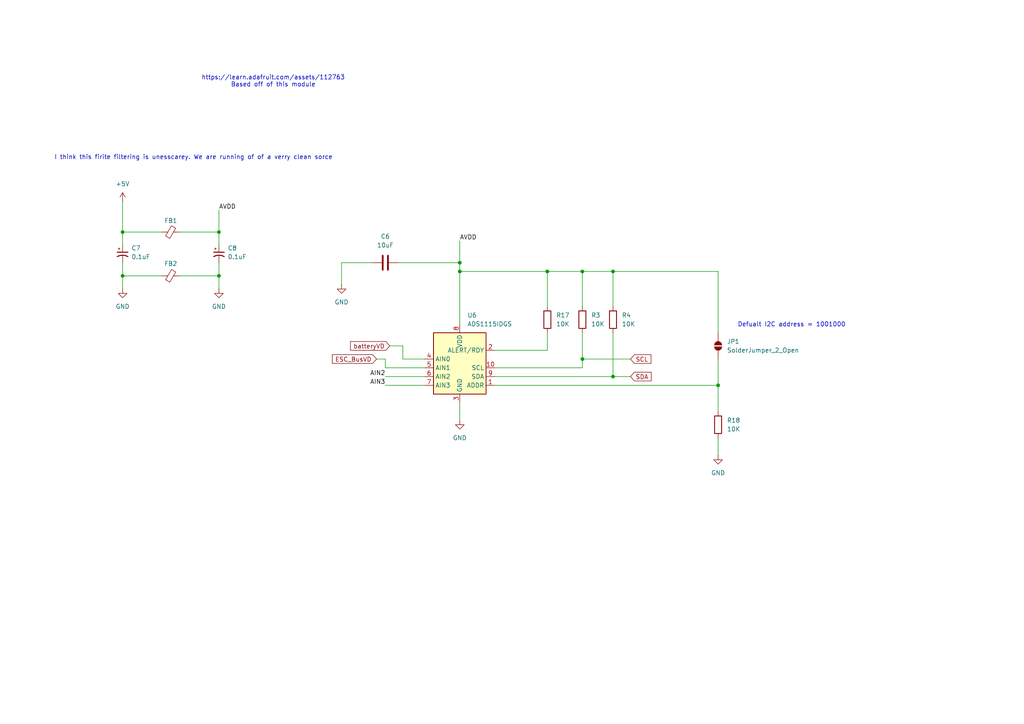
<source format=kicad_sch>
(kicad_sch (version 20231120) (generator "eeschema") (generator_version "8.0")
  (paper "A4")
  (lib_symbols
    (symbol "Analog_ADC:ADS1115IDGS"
      (property "Reference" "U" (at 2.54 13.97 0))
      (property "Value" "ADS1115IDGS" (at 7.62 11.43 0))
      (symbol "ADS1115IDGS_0_1"
        (rectangle (start -7.62 10.16) (end 7.62 -7.62) (stroke (width 0.254)) (fill (type background)))
      )
      (symbol "ADS1115IDGS_1_1"
        (pin input line (at 10.16 -5.08 180) (length 2.54) (name "ADDR") (number "1"))
        (pin input line (at 10.16 0 180) (length 2.54) (name "SCL") (number "10"))
        (pin output line (at 10.16 5.08 180) (length 2.54) (name "ALERT/RDY") (number "2"))
        (pin power_in line (at 0 -10.16 90) (length 2.54) (name "GND") (number "3"))
        (pin input line (at -10.16 2.54 0) (length 2.54) (name "AIN0") (number "4"))
        (pin input line (at -10.16 0 0) (length 2.54) (name "AIN1") (number "5"))
        (pin input line (at -10.16 -2.54 0) (length 2.54) (name "AIN2") (number "6"))
        (pin input line (at -10.16 -5.08 0) (length 2.54) (name "AIN3") (number "7"))
        (pin power_in line (at 0 12.7 270) (length 2.54) (name "VDD") (number "8"))
        (pin bidirectional line (at 10.16 -2.54 180) (length 2.54) (name "SDA") (number "9"))
      )
    )
    (symbol "Device:C" (pin_numbers hide) (pin_names (offset 0.254))
      (property "Reference" "C" (at 0.635 2.54 0))
      (property "Value" "C" (at 0.635 -2.54 0))
      (symbol "C_0_1"
        (polyline (pts (xy -2.032 -0.762) (xy 2.032 -0.762)) (stroke (width 0.508)))
        (polyline (pts (xy -2.032 0.762) (xy 2.032 0.762)) (stroke (width 0.508)))
      )
      (symbol "C_1_1"
        (pin passive line (at 0 3.81 270) (length 2.794) (name "~") (number "1"))
        (pin passive line (at 0 -3.81 90) (length 2.794) (name "~") (number "2"))
      )
    )
    (symbol "Device:C_Polarized_Small_US" (pin_numbers hide) (pin_names (offset 0.254) hide)
      (property "Reference" "C" (at 0.254 1.778 0))
      (property "Value" "C_Polarized_Small_US" (at 0.254 -2.032 0))
      (symbol "C_Polarized_Small_US_0_1"
        (polyline (pts (xy -1.524 0.508) (xy 1.524 0.508)) (stroke (width 0.3048)))
        (polyline (pts (xy -1.27 1.524) (xy -0.762 1.524)))
        (polyline (pts (xy -1.016 1.27) (xy -1.016 1.778)))
        (arc (start 1.524 -0.762) (mid 0 -0.3734) (end -1.524 -0.762) (stroke (width 0.3048)))
      )
      (symbol "C_Polarized_Small_US_1_1"
        (pin passive line (at 0 2.54 270) (length 2.032) (name "~") (number "1"))
        (pin passive line (at 0 -2.54 90) (length 2.032) (name "~") (number "2"))
      )
    )
    (symbol "Device:FerriteBead_Small" (pin_numbers hide) (pin_names (offset 0))
      (property "Reference" "FB" (at 1.905 1.27 0))
      (property "Value" "FerriteBead_Small" (at 1.905 -1.27 0))
      (symbol "FerriteBead_Small_0_1"
        (polyline (pts (xy 0 -1.27) (xy 0 -0.7874)))
        (polyline (pts (xy 0 0.889) (xy 0 1.2954)))
        (polyline (pts (xy -1.8288 0.2794) (xy -1.1176 1.4986) (xy 1.8288 -0.2032) (xy 1.1176 -1.4224) (xy -1.8288 0.2794)))
      )
      (symbol "FerriteBead_Small_1_1"
        (pin passive line (at 0 2.54 270) (length 1.27) (name "~") (number "1"))
        (pin passive line (at 0 -2.54 90) (length 1.27) (name "~") (number "2"))
      )
    )
    (symbol "Device:R" (pin_numbers hide) (pin_names (offset 0))
      (property "Reference" "R" (at 2.032 0 90))
      (property "Value" "R" (at 0 0 90))
      (symbol "R_0_1"
        (rectangle (start -1.016 -2.54) (end 1.016 2.54) (stroke (width 0.254)))
      )
      (symbol "R_1_1"
        (pin passive line (at 0 3.81 270) (length 1.27) (name "~") (number "1"))
        (pin passive line (at 0 -3.81 90) (length 1.27) (name "~") (number "2"))
      )
    )
    (symbol "Jumper:SolderJumper_2_Open" (pin_numbers hide) (pin_names (offset 0) hide) (exclude_from_sim yes) (in_bom no)
      (property "Reference" "JP" (at 0 2.032 0))
      (property "Value" "SolderJumper_2_Open" (at 0 -2.54 0))
      (symbol "SolderJumper_2_Open_0_1"
        (arc (start -0.254 1.016) (mid -1.2656 0) (end -0.254 -1.016))
        (arc (start -0.254 1.016) (mid -1.2656 0) (end -0.254 -1.016) (fill (type outline)))
        (polyline (pts (xy -0.254 1.016) (xy -0.254 -1.016)))
        (polyline (pts (xy 0.254 1.016) (xy 0.254 -1.016)))
        (arc (start 0.254 -1.016) (mid 1.2656 0) (end 0.254 1.016))
        (arc (start 0.254 -1.016) (mid 1.2656 0) (end 0.254 1.016) (fill (type outline)))
      )
      (symbol "SolderJumper_2_Open_1_1"
        (pin passive line (at -3.81 0 0) (length 2.54) (name "A") (number "1"))
        (pin passive line (at 3.81 0 180) (length 2.54) (name "B") (number "2"))
      )
    )
    (symbol "power:+5V" (power) (pin_numbers hide) (pin_names (offset 0) hide)
      (property "Value" "+5V" (at 0 3.556 0))
      (symbol "+5V_0_1"
        (polyline (pts (xy -0.762 1.27) (xy 0 2.54)))
        (polyline (pts (xy 0 0) (xy 0 2.54)))
        (polyline (pts (xy 0 2.54) (xy 0.762 1.27)))
      )
      (symbol "+5V_1_1"
        (pin power_in line (at 0 0 90) (length 0) (name "~") (number "1"))
      )
    )
    (symbol "power:GND" (power) (pin_numbers hide) (pin_names (offset 0) hide)
      (property "Value" "GND" (at 0 -3.81 0))
      (symbol "GND_0_1"
        (polyline (pts (xy 0 0) (xy 0 -1.27) (xy 1.27 -1.27) (xy 0 -2.54) (xy -1.27 -1.27) (xy 0 -1.27)))
      )
      (symbol "GND_1_1"
        (pin power_in line (at 0 0 270) (length 0) (name "~") (number "1"))
      )
    )
  )
  (junction (at 63.5 67.31))
  (junction (at 35.56 67.31))
  (junction (at 168.91 78.74))
  (junction (at 177.8 109.22))
  (junction (at 158.75 78.74))
  (junction (at 63.5 80.01))
  (junction (at 168.91 104.14))
  (junction (at 35.56 80.01))
  (junction (at 177.8 78.74))
  (junction (at 133.35 76.2))
  (junction (at 133.35 78.74))
  (junction (at 208.28 111.76))
  (wire (pts (xy 177.8 78.74) (xy 177.8 88.9)))
  (wire (pts (xy 133.35 116.84) (xy 133.35 121.92)))
  (wire (pts (xy 35.56 67.31) (xy 46.99 67.31)))
  (wire (pts (xy 168.91 78.74) (xy 177.8 78.74)))
  (wire (pts (xy 111.76 109.22) (xy 123.19 109.22)))
  (wire (pts (xy 168.91 104.14) (xy 168.91 106.68)))
  (wire (pts (xy 177.8 96.52) (xy 177.8 109.22)))
  (wire (pts (xy 111.76 111.76) (xy 123.19 111.76)))
  (wire (pts (xy 158.75 78.74) (xy 158.75 88.9)))
  (wire (pts (xy 35.56 76.2) (xy 35.56 80.01)))
  (wire (pts (xy 143.51 106.68) (xy 168.91 106.68)))
  (wire (pts (xy 35.56 80.01) (xy 35.56 83.82)))
  (wire (pts (xy 113.03 100.33) (xy 116.84 100.33)))
  (wire (pts (xy 63.5 80.01) (xy 63.5 83.82)))
  (wire (pts (xy 63.5 67.31) (xy 52.07 67.31)))
  (wire (pts (xy 133.35 76.2) (xy 133.35 78.74)))
  (wire (pts (xy 111.76 104.14) (xy 111.76 106.68)))
  (wire (pts (xy 115.57 76.2) (xy 133.35 76.2)))
  (wire (pts (xy 177.8 109.22) (xy 182.88 109.22)))
  (wire (pts (xy 133.35 78.74) (xy 158.75 78.74)))
  (wire (pts (xy 208.28 78.74) (xy 177.8 78.74)))
  (wire (pts (xy 208.28 111.76) (xy 208.28 119.38)))
  (wire (pts (xy 168.91 78.74) (xy 168.91 88.9)))
  (wire (pts (xy 63.5 80.01) (xy 63.5 76.2)))
  (wire (pts (xy 133.35 69.85) (xy 133.35 76.2)))
  (wire (pts (xy 109.22 104.14) (xy 111.76 104.14)))
  (wire (pts (xy 143.51 111.76) (xy 208.28 111.76)))
  (wire (pts (xy 63.5 71.12) (xy 63.5 67.31)))
  (wire (pts (xy 99.06 82.55) (xy 99.06 76.2)))
  (wire (pts (xy 143.51 109.22) (xy 177.8 109.22)))
  (wire (pts (xy 158.75 96.52) (xy 158.75 101.6)))
  (wire (pts (xy 208.28 96.52) (xy 208.28 78.74)))
  (wire (pts (xy 35.56 58.42) (xy 35.56 67.31)))
  (wire (pts (xy 143.51 101.6) (xy 158.75 101.6)))
  (wire (pts (xy 111.76 106.68) (xy 123.19 106.68)))
  (wire (pts (xy 63.5 60.96) (xy 63.5 67.31)))
  (wire (pts (xy 168.91 96.52) (xy 168.91 104.14)))
  (wire (pts (xy 99.06 76.2) (xy 107.95 76.2)))
  (wire (pts (xy 133.35 78.74) (xy 133.35 93.98)))
  (wire (pts (xy 158.75 78.74) (xy 168.91 78.74)))
  (wire (pts (xy 116.84 104.14) (xy 123.19 104.14)))
  (wire (pts (xy 116.84 100.33) (xy 116.84 104.14)))
  (wire (pts (xy 208.28 127) (xy 208.28 132.08)))
  (wire (pts (xy 168.91 104.14) (xy 182.88 104.14)))
  (wire (pts (xy 35.56 67.31) (xy 35.56 71.12)))
  (wire (pts (xy 52.07 80.01) (xy 63.5 80.01)))
  (wire (pts (xy 35.56 80.01) (xy 46.99 80.01)))
  (wire (pts (xy 208.28 111.76) (xy 208.28 104.14)))
  (text "Defualt I2C address = 1001000" (at 229.616 94.234 0) (effects (font (size 1.27 1.27))))
  (text "https://learn.adafruit.com/assets/112763\nBased off of this module" (at 79.248 23.622 0) (effects (font (size 1.27 1.27))))
  (text "I think this firite filtering is unesscarey. We are running of of a verry clean sorce" (at 56.134 45.72 0) (effects (font (size 1.27 1.27))))
  (label "AVDD" (at 133.35 69.85 0))
  (label "AIN3" (at 111.76 111.76 180))
  (label "AVDD" (at 63.5 60.96 0))
  (label "AIN2" (at 111.76 109.22 180))
  (global_label "SCL" (shape input) (at 182.88 104.14 0) (property "Intersheetrefs" "${INTERSHEET_REFS}" (effects (hide yes))))
  (global_label "SDA" (shape input) (at 182.88 109.22 0) (property "Intersheetrefs" "${INTERSHEET_REFS}" (effects (hide yes))))
  (global_label "ESC_BusVD" (shape input) (at 109.22 104.14 180) (property "Intersheetrefs" "${INTERSHEET_REFS}" (effects (hide yes))))
  (global_label "batteryVD" (shape input) (at 113.03 100.33 180) (property "Intersheetrefs" "${INTERSHEET_REFS}" (effects (hide yes))))
  (symbol (lib_id "Device:R") (at 208.28 123.19 0) (unit 1)
    (property "Reference" "R18" (at 210.82 121.9199 0) (effects (justify left)))
    (property "Value" "10K" (at 210.82 124.4599 0) (effects (justify left)))
    (property "Description" "Resistor" (effects (hide yes)))
  )
  (symbol (lib_id "power:GND") (at 99.06 82.55 0) (unit 1)
    (property "Reference" "#PWR08" (effects (hide yes)))
    (property "Value" "GND" (at 99.06 87.63 0))
    (property "Description" "Power symbol creates a global label with name \"GND\" , ground" (effects (hide yes)))
  )
  (symbol (lib_id "power:GND") (at 133.35 121.92 0) (unit 1)
    (property "Reference" "#PWR06" (effects (hide yes)))
    (property "Value" "GND" (at 133.35 127 0))
    (property "Description" "Power symbol creates a global label with name \"GND\" , ground" (effects (hide yes)))
  )
  (symbol (lib_id "Device:R") (at 158.75 92.71 0) (unit 1)
    (property "Reference" "R17" (at 161.29 91.4399 0) (effects (justify left)))
    (property "Value" "10K" (at 161.29 93.9799 0) (effects (justify left)))
    (property "Description" "Resistor" (effects (hide yes)))
  )
  (symbol (lib_id "power:GND") (at 63.5 83.82 0) (unit 1)
    (property "Reference" "#PWR09" (effects (hide yes)))
    (property "Value" "GND" (at 63.5 88.9 0))
    (property "Description" "Power symbol creates a global label with name \"GND\" , ground" (effects (hide yes)))
  )
  (symbol (lib_id "Device:R") (at 168.91 92.71 0) (unit 1)
    (property "Reference" "R3" (at 171.45 91.4399 0) (effects (justify left)))
    (property "Value" "10K" (at 171.45 93.9799 0) (effects (justify left)))
    (property "Description" "Resistor" (effects (hide yes)))
  )
  (symbol (lib_id "power:GND") (at 35.56 83.82 0) (unit 1)
    (property "Reference" "#PWR07" (effects (hide yes)))
    (property "Value" "GND" (at 35.56 88.9 0))
    (property "Description" "Power symbol creates a global label with name \"GND\" , ground" (effects (hide yes)))
  )
  (symbol (lib_id "Device:C_Polarized_Small_US") (at 35.56 73.66 0) (unit 1)
    (property "Reference" "C7" (at 38.1 71.9581 0) (effects (justify left)))
    (property "Value" "0.1uF" (at 38.1 74.4981 0) (effects (justify left)))
    (property "Description" "Polarized capacitor, small US symbol" (effects (hide yes)))
  )
  (symbol (lib_id "Device:R") (at 177.8 92.71 0) (unit 1)
    (property "Reference" "R4" (at 180.34 91.4399 0) (effects (justify left)))
    (property "Value" "10K" (at 180.34 93.9799 0) (effects (justify left)))
    (property "Description" "Resistor" (effects (hide yes)))
  )
  (symbol (lib_id "Device:FerriteBead_Small") (at 49.53 80.01 90) (unit 1)
    (property "Reference" "FB2" (at 49.53 76.454 90))
    (property "Value" "FerriteBead_Small" (effects (hide yes)))
    (property "Description" "Ferrite bead, small symbol" (effects (hide yes)))
  )
  (symbol (lib_id "Device:FerriteBead_Small") (at 49.53 67.31 90) (unit 1)
    (property "Reference" "FB1" (at 49.53 64.008 90))
    (property "Value" "FerriteBead_Small" (effects (hide yes)))
    (property "Description" "Ferrite bead, small symbol" (effects (hide yes)))
  )
  (symbol (lib_id "Device:C") (at 111.76 76.2 90) (unit 1)
    (property "Reference" "C6" (at 111.76 68.58 90))
    (property "Value" "10uF" (at 111.76 71.12 90))
    (property "Description" "Unpolarized capacitor" (effects (hide yes)))
  )
  (symbol (lib_id "Analog_ADC:ADS1115IDGS") (at 133.35 106.68 0) (unit 1)
    (property "Reference" "U6" (at 135.5441 91.44 0) (effects (justify left)))
    (property "Value" "ADS1115IDGS" (at 135.5441 93.98 0) (effects (justify left)))
    (property "Footprint" "Package_SO:TSSOP-10_3x3mm_P0.5mm" (effects (hide yes)))
    (property "Datasheet" "http://www.ti.com/lit/ds/symlink/ads1113.pdf" (effects (hide yes)))
    (property "Description" "Ultra-Small, Low-Power, I2C-Compatible, 860-SPS, 16-Bit ADCs With Internal Reference, Oscillator, and Programmable Comparator, VSSOP-10" (effects (hide yes)))
  )
  (symbol (lib_id "Device:C_Polarized_Small_US") (at 63.5 73.66 0) (unit 1)
    (property "Reference" "C8" (at 66.04 71.9581 0) (effects (justify left)))
    (property "Value" "0.1uF" (at 66.04 74.4981 0) (effects (justify left)))
    (property "Description" "Polarized capacitor, small US symbol" (effects (hide yes)))
  )
  (symbol (lib_id "power:GND") (at 208.28 132.08 0) (unit 1)
    (property "Reference" "#PWR059" (effects (hide yes)))
    (property "Value" "GND" (at 208.28 137.16 0))
    (property "Description" "Power symbol creates a global label with name \"GND\" , ground" (effects (hide yes)))
  )
  (symbol (lib_id "power:+5V") (at 35.56 58.42 0) (unit 1)
    (property "Reference" "#PWR053" (effects (hide yes)))
    (property "Value" "+5V" (at 35.56 53.34 0))
    (property "Description" "Power symbol creates a global label with name \"+5V\"" (effects (hide yes)))
  )
  (symbol (lib_id "Jumper:SolderJumper_2_Open") (at 208.28 100.33 90) (unit 1) (exclude_from_sim yes) (in_bom no)
    (property "Reference" "JP1" (at 210.82 99.0599 90) (effects (justify right)))
    (property "Value" "SolderJumper_2_Open" (at 210.82 101.5999 90) (effects (justify right)))
    (property "Description" "Solder Jumper, 2-pole, open" (effects (hide yes)))
  )
)
</source>
